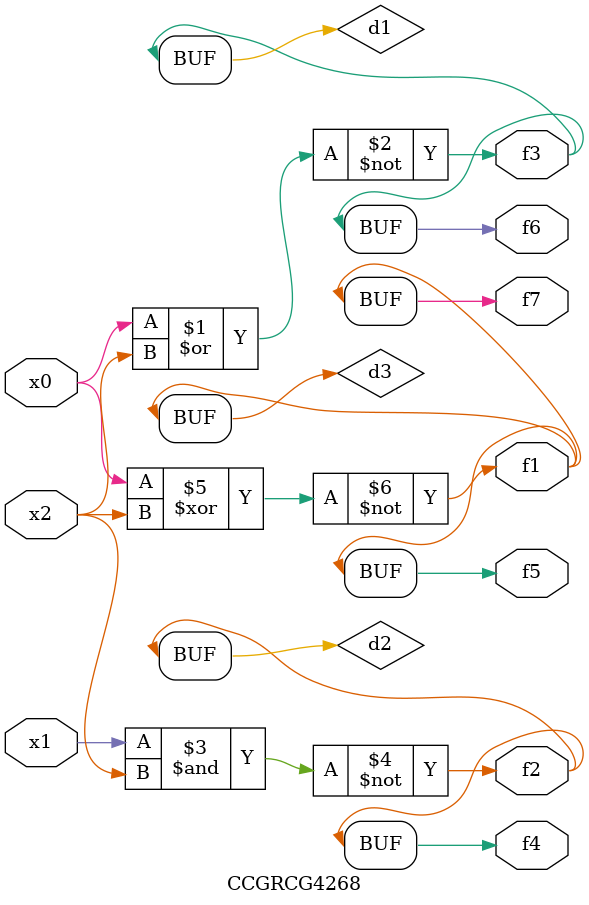
<source format=v>
module CCGRCG4268(
	input x0, x1, x2,
	output f1, f2, f3, f4, f5, f6, f7
);

	wire d1, d2, d3;

	nor (d1, x0, x2);
	nand (d2, x1, x2);
	xnor (d3, x0, x2);
	assign f1 = d3;
	assign f2 = d2;
	assign f3 = d1;
	assign f4 = d2;
	assign f5 = d3;
	assign f6 = d1;
	assign f7 = d3;
endmodule

</source>
